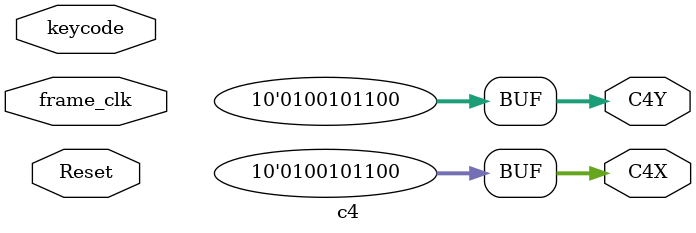
<source format=sv>



module  c4 ( input Reset, frame_clk, input [7:0] keycode,
               output [9:0]  C4X, C4Y);
    
       
    assign C4X = 300;
   
    assign C4Y = 300;
    

endmodule

</source>
